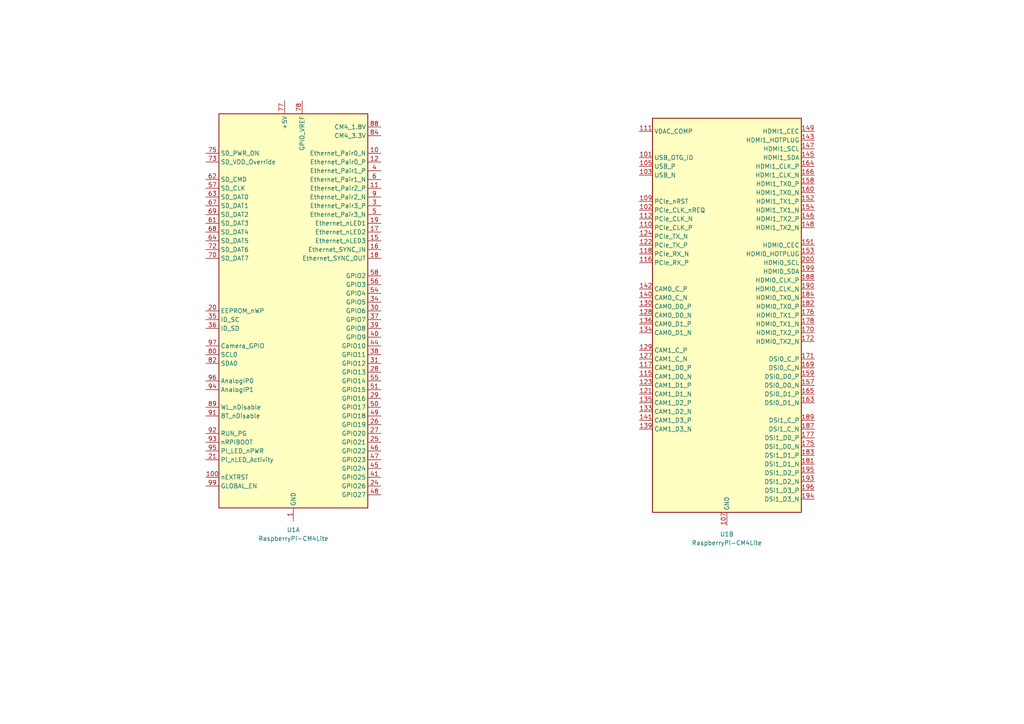
<source format=kicad_sch>
(kicad_sch (version 20201015) (generator eeschema)
  (paper "A4")
  (lib_symbols
    (symbol "LightBlue:RaspberryPi-CM4Lite"
      (property "Reference" "U" (at -20.32 58.42 0))
      (property "Value" "RaspberryPi-CM4Lite" (at 12.7 58.42 0))
      (symbol "RaspberryPi-CM4Lite_0_1"
        (rectangle (start 21.59 57.15) (end -21.59 -57.15) (stroke (width 0.254)) (fill (type background)))
      )
      (symbol "RaspberryPi-CM4Lite_1_1"
        (pin power_in line (at 0 -60.96 90) (length 3.81) (name "GND") (number "1"))
        (pin bidirectional line (at 25.4 45.72 180) (length 3.81) (name "Ethernet_Pair0_N") (number "10"))
        (pin output line (at -25.4 -48.26 0) (length 3.81) (name "nEXTRST") (number "100"))
        (pin bidirectional line (at 25.4 35.56 180) (length 3.81) (name "Ethernet_Pair2_P") (number "11"))
        (pin bidirectional line (at 25.4 43.18 180) (length 3.81) (name "Ethernet_Pair0_P") (number "12"))
        (pin passive line (at 0 -60.96 90) (length 3.81) hide (name "GND") (number "13"))
        (pin passive line (at 0 -60.96 90) (length 3.81) hide (name "GND") (number "14"))
        (pin output line (at 25.4 20.32 180) (length 3.81) (name "Ethernet_nLED3") (number "15"))
        (pin input line (at 25.4 17.78 180) (length 3.81) (name "Ethernet_SYNC_IN") (number "16"))
        (pin output line (at 25.4 22.86 180) (length 3.81) (name "Ethernet_nLED2") (number "17"))
        (pin output line (at 25.4 15.24 180) (length 3.81) (name "Ethernet_SYNC_OUT") (number "18"))
        (pin output line (at 25.4 25.4 180) (length 3.81) (name "Ethernet_nLED1") (number "19"))
        (pin passive line (at 0 -60.96 90) (length 3.81) hide (name "GND") (number "2"))
        (pin input line (at -25.4 0 0) (length 3.81) (name "EEPROM_nWP") (number "20"))
        (pin input line (at -25.4 -43.18 0) (length 3.81) (name "Pi_nLED_Activity") (number "21"))
        (pin passive line (at 0 -60.96 90) (length 3.81) hide (name "GND") (number "22"))
        (pin passive line (at 0 -60.96 90) (length 3.81) hide (name "GND") (number "23"))
        (pin bidirectional line (at 25.4 -50.8 180) (length 3.81) (name "GPIO26") (number "24"))
        (pin bidirectional line (at 25.4 -38.1 180) (length 3.81) (name "GPIO21") (number "25"))
        (pin bidirectional line (at 25.4 -33.02 180) (length 3.81) (name "GPIO19") (number "26"))
        (pin bidirectional line (at 25.4 -35.56 180) (length 3.81) (name "GPIO20") (number "27"))
        (pin bidirectional line (at 25.4 -17.78 180) (length 3.81) (name "GPIO13") (number "28"))
        (pin bidirectional line (at 25.4 -25.4 180) (length 3.81) (name "GPIO16") (number "29"))
        (pin bidirectional line (at 25.4 30.48 180) (length 3.81) (name "Ethernet_Pair3_P") (number "3"))
        (pin bidirectional line (at 25.4 0 180) (length 3.81) (name "GPIO6") (number "30"))
        (pin bidirectional line (at 25.4 -15.24 180) (length 3.81) (name "GPIO12") (number "31"))
        (pin passive line (at 0 -60.96 90) (length 3.81) hide (name "GND") (number "32"))
        (pin passive line (at 0 -60.96 90) (length 3.81) hide (name "GND") (number "33"))
        (pin bidirectional line (at 25.4 2.54 180) (length 3.81) (name "GPIO5") (number "34"))
        (pin bidirectional line (at -25.4 -2.54 0) (length 3.81) (name "ID_SC") (number "35"))
        (pin bidirectional line (at -25.4 -5.08 0) (length 3.81) (name "ID_SD") (number "36"))
        (pin bidirectional line (at 25.4 -2.54 180) (length 3.81) (name "GPIO7") (number "37"))
        (pin bidirectional line (at 25.4 -12.7 180) (length 3.81) (name "GPIO11") (number "38"))
        (pin bidirectional line (at 25.4 -5.08 180) (length 3.81) (name "GPIO8") (number "39"))
        (pin bidirectional line (at 25.4 40.64 180) (length 3.81) (name "Ethernet_Pair1_P") (number "4"))
        (pin bidirectional line (at 25.4 -7.62 180) (length 3.81) (name "GPIO9") (number "40"))
        (pin bidirectional line (at 25.4 -48.26 180) (length 3.81) (name "GPIO25") (number "41"))
        (pin passive line (at 0 -60.96 90) (length 3.81) hide (name "GND") (number "42"))
        (pin passive line (at 0 -60.96 90) (length 3.81) hide (name "GND") (number "43"))
        (pin bidirectional line (at 25.4 -10.16 180) (length 3.81) (name "GPIO10") (number "44"))
        (pin bidirectional line (at 25.4 -45.72 180) (length 3.81) (name "GPIO24") (number "45"))
        (pin bidirectional line (at 25.4 -40.64 180) (length 3.81) (name "GPIO22") (number "46"))
        (pin bidirectional line (at 25.4 -43.18 180) (length 3.81) (name "GPIO23") (number "47"))
        (pin bidirectional line (at 25.4 -53.34 180) (length 3.81) (name "GPIO27") (number "48"))
        (pin bidirectional line (at 25.4 -30.48 180) (length 3.81) (name "GPIO18") (number "49"))
        (pin bidirectional line (at 25.4 27.94 180) (length 3.81) (name "Ethernet_Pair3_N") (number "5"))
        (pin bidirectional line (at 25.4 -27.94 180) (length 3.81) (name "GPIO17") (number "50"))
        (pin bidirectional line (at 25.4 -22.86 180) (length 3.81) (name "GPIO15") (number "51"))
        (pin passive line (at 0 -60.96 90) (length 3.81) hide (name "GND") (number "52"))
        (pin passive line (at 0 -60.96 90) (length 3.81) hide (name "GND") (number "53"))
        (pin bidirectional line (at 25.4 5.08 180) (length 3.81) (name "GPIO4") (number "54"))
        (pin bidirectional line (at 25.4 -20.32 180) (length 3.81) (name "GPIO14") (number "55"))
        (pin bidirectional line (at 25.4 7.62 180) (length 3.81) (name "GPIO3") (number "56"))
        (pin output line (at -25.4 35.56 0) (length 3.81) (name "SD_CLK") (number "57"))
        (pin bidirectional line (at 25.4 10.16 180) (length 3.81) (name "GPIO2") (number "58"))
        (pin passive line (at 0 -60.96 90) (length 3.81) hide (name "GND") (number "59"))
        (pin bidirectional line (at 25.4 38.1 180) (length 3.81) (name "Ethernet_Pair1_N") (number "6"))
        (pin passive line (at 0 -60.96 90) (length 3.81) hide (name "GND") (number "60"))
        (pin bidirectional line (at -25.4 25.4 0) (length 3.81) (name "SD_DAT3") (number "61"))
        (pin output line (at -25.4 38.1 0) (length 3.81) (name "SD_CMD") (number "62"))
        (pin bidirectional line (at -25.4 33.02 0) (length 3.81) (name "SD_DAT0") (number "63"))
        (pin bidirectional line (at -25.4 20.32 0) (length 3.81) (name "SD_DAT5") (number "64"))
        (pin passive line (at 0 -60.96 90) (length 3.81) hide (name "GND") (number "65"))
        (pin passive line (at 0 -60.96 90) (length 3.81) hide (name "GND") (number "66"))
        (pin bidirectional line (at -25.4 30.48 0) (length 3.81) (name "SD_DAT1") (number "67"))
        (pin bidirectional line (at -25.4 22.86 0) (length 3.81) (name "SD_DAT4") (number "68"))
        (pin bidirectional line (at -25.4 27.94 0) (length 3.81) (name "SD_DAT2") (number "69"))
        (pin passive line (at 0 -60.96 90) (length 3.81) hide (name "GND") (number "7"))
        (pin bidirectional line (at -25.4 15.24 0) (length 3.81) (name "SD_DAT7") (number "70"))
        (pin passive line (at 0 -60.96 90) (length 3.81) hide (name "GND") (number "71"))
        (pin bidirectional line (at -25.4 17.78 0) (length 3.81) (name "SD_DAT6") (number "72"))
        (pin input line (at -25.4 43.18 0) (length 3.81) (name "SD_VDD_Override") (number "73"))
        (pin passive line (at 0 -60.96 90) (length 3.81) hide (name "GND") (number "74"))
        (pin output line (at -25.4 45.72 0) (length 3.81) (name "SD_PWR_ON") (number "75"))
        (pin unconnected line (at -20.32 -53.34 0) (length 3.81) hide (name "Reserved") (number "76"))
        (pin power_in line (at -2.54 60.96 270) (length 3.81) (name "+5V") (number "77"))
        (pin power_in line (at 2.54 60.96 270) (length 3.81) (name "GPIO_VREF") (number "78"))
        (pin passive line (at -2.54 60.96 270) (length 3.81) hide (name "+5V") (number "79"))
        (pin passive line (at 0 -60.96 90) (length 3.81) hide (name "GND") (number "8"))
        (pin output line (at -25.4 -12.7 0) (length 3.81) (name "SCL0") (number "80"))
        (pin passive line (at -2.54 60.96 270) (length 3.81) hide (name "+5V") (number "81"))
        (pin bidirectional line (at -25.4 -15.24 0) (length 3.81) (name "SDA0") (number "82"))
        (pin passive line (at -2.54 60.96 270) (length 3.81) hide (name "+5V") (number "83"))
        (pin power_out line (at 25.4 50.8 180) (length 3.81) (name "CM4_3.3V") (number "84"))
        (pin passive line (at -2.54 60.96 270) (length 3.81) hide (name "+5V") (number "85"))
        (pin passive line (at 25.4 50.8 180) (length 3.81) hide (name "CM4_3.3V") (number "86"))
        (pin passive line (at -2.54 60.96 270) (length 3.81) hide (name "+5V") (number "87"))
        (pin power_out line (at 25.4 53.34 180) (length 3.81) (name "CM4_1.8V") (number "88"))
        (pin input line (at -25.4 -27.94 0) (length 3.81) (name "WL_nDisable") (number "89"))
        (pin bidirectional line (at 25.4 33.02 180) (length 3.81) (name "Ethernet_Pair2_N") (number "9"))
        (pin passive line (at 25.4 53.34 180) (length 3.81) hide (name "CM4_1.8V") (number "90"))
        (pin input line (at -25.4 -30.48 0) (length 3.81) (name "BT_nDisable") (number "91"))
        (pin bidirectional line (at -25.4 -35.56 0) (length 3.81) (name "RUN_PG") (number "92"))
        (pin input line (at -25.4 -38.1 0) (length 3.81) (name "nRPIBOOT") (number "93"))
        (pin input line (at -25.4 -22.86 0) (length 3.81) (name "AnalogIP1") (number "94"))
        (pin output line (at -25.4 -40.64 0) (length 3.81) (name "PI_LED_nPWR") (number "95"))
        (pin input line (at -25.4 -20.32 0) (length 3.81) (name "AnalogIP0") (number "96"))
        (pin input line (at -25.4 -10.16 0) (length 3.81) (name "Camera_GPIO") (number "97"))
        (pin passive line (at 0 -60.96 90) (length 3.81) hide (name "GND") (number "98"))
        (pin input line (at -25.4 -50.8 0) (length 3.81) (name "GLOBAL_EN") (number "99"))
      )
      (symbol "RaspberryPi-CM4Lite_2_1"
        (pin input line (at -25.4 45.72 0) (length 3.81) (name "USB_OTG_ID") (number "101"))
        (pin input line (at -25.4 30.48 0) (length 3.81) (name "PCIe_CLK_nREQ") (number "102"))
        (pin bidirectional line (at -25.4 40.64 0) (length 3.81) (name "USB_N") (number "103"))
        (pin unconnected line (at -20.32 -53.34 0) (length 3.81) hide (name "Reserved") (number "104"))
        (pin bidirectional line (at -25.4 43.18 0) (length 3.81) (name "USB_P") (number "105"))
        (pin unconnected line (at -20.32 -55.88 0) (length 3.81) hide (name "Reserved") (number "106"))
        (pin power_in line (at 0 -60.96 90) (length 3.81) (name "GND") (number "107"))
        (pin passive line (at 0 -60.96 90) (length 3.81) hide (name "GND") (number "108"))
        (pin output line (at -25.4 33.02 0) (length 3.81) (name "PCIe_nRST") (number "109"))
        (pin output line (at -25.4 25.4 0) (length 3.81) (name "PCIe_CLK_P") (number "110"))
        (pin output line (at -25.4 53.34 0) (length 3.81) (name "VDAC_COMP") (number "111"))
        (pin output line (at -25.4 27.94 0) (length 3.81) (name "PCIe_CLK_N") (number "112"))
        (pin passive line (at 0 -60.96 90) (length 3.81) hide (name "GND") (number "113"))
        (pin passive line (at 0 -60.96 90) (length 3.81) hide (name "GND") (number "114"))
        (pin input line (at -25.4 -17.78 0) (length 3.81) (name "CAM1_D0_N") (number "115"))
        (pin input line (at -25.4 15.24 0) (length 3.81) (name "PCIe_RX_P") (number "116"))
        (pin input line (at -25.4 -15.24 0) (length 3.81) (name "CAM1_D0_P") (number "117"))
        (pin input line (at -25.4 17.78 0) (length 3.81) (name "PCIe_RX_N") (number "118"))
        (pin passive line (at 0 -60.96 90) (length 3.81) hide (name "GND") (number "119"))
        (pin passive line (at 0 -60.96 90) (length 3.81) hide (name "GND") (number "120"))
        (pin input line (at -25.4 -22.86 0) (length 3.81) (name "CAM1_D1_N") (number "121"))
        (pin output line (at -25.4 20.32 0) (length 3.81) (name "PCIe_TX_P") (number "122"))
        (pin input line (at -25.4 -20.32 0) (length 3.81) (name "CAM1_D1_P") (number "123"))
        (pin output line (at -25.4 22.86 0) (length 3.81) (name "PCIe_TX_N") (number "124"))
        (pin passive line (at 0 -60.96 90) (length 3.81) hide (name "GND") (number "125"))
        (pin passive line (at 0 -60.96 90) (length 3.81) hide (name "GND") (number "126"))
        (pin input line (at -25.4 -12.7 0) (length 3.81) (name "CAM1_C_N") (number "127"))
        (pin input line (at -25.4 0 0) (length 3.81) (name "CAM0_D0_N") (number "128"))
        (pin input line (at -25.4 -10.16 0) (length 3.81) (name "CAM1_C_P") (number "129"))
        (pin input line (at -25.4 2.54 0) (length 3.81) (name "CAM0_D0_P") (number "130"))
        (pin passive line (at 0 -60.96 90) (length 3.81) hide (name "GND") (number "131"))
        (pin passive line (at 0 -60.96 90) (length 3.81) hide (name "GND") (number "132"))
        (pin input line (at -25.4 -27.94 0) (length 3.81) (name "CAM1_D2_N") (number "133"))
        (pin input line (at -25.4 -5.08 0) (length 3.81) (name "CAM0_D1_N") (number "134"))
        (pin input line (at -25.4 -25.4 0) (length 3.81) (name "CAM1_D2_P") (number "135"))
        (pin input line (at -25.4 -2.54 0) (length 3.81) (name "CAM0_D1_P") (number "136"))
        (pin passive line (at 0 -60.96 90) (length 3.81) hide (name "GND") (number "137"))
        (pin passive line (at 0 -60.96 90) (length 3.81) hide (name "GND") (number "138"))
        (pin input line (at -25.4 -33.02 0) (length 3.81) (name "CAM1_D3_N") (number "139"))
        (pin input line (at -25.4 5.08 0) (length 3.81) (name "CAM0_C_N") (number "140"))
        (pin input line (at -25.4 -30.48 0) (length 3.81) (name "CAM1_D3_P") (number "141"))
        (pin input line (at -25.4 7.62 0) (length 3.81) (name "CAM0_C_P") (number "142"))
        (pin input line (at 25.4 50.8 180) (length 3.81) (name "HDMI1_HOTPLUG") (number "143"))
        (pin passive line (at 0 -60.96 90) (length 3.81) hide (name "GND") (number "144"))
        (pin bidirectional line (at 25.4 45.72 180) (length 3.81) (name "HDMI1_SDA") (number "145"))
        (pin output line (at 25.4 27.94 180) (length 3.81) (name "HDMI1_TX2_P") (number "146"))
        (pin input line (at 25.4 48.26 180) (length 3.81) (name "HDMI1_SCL") (number "147"))
        (pin output line (at 25.4 25.4 180) (length 3.81) (name "HDMI1_TX2_N") (number "148"))
        (pin input line (at 25.4 53.34 180) (length 3.81) (name "HDMI1_CEC") (number "149"))
        (pin passive line (at 0 -60.96 90) (length 3.81) hide (name "GND") (number "150"))
        (pin input line (at 25.4 20.32 180) (length 3.81) (name "HDMI0_CEC") (number "151"))
        (pin output line (at 25.4 33.02 180) (length 3.81) (name "HDMI1_TX1_P") (number "152"))
        (pin input line (at 25.4 17.78 180) (length 3.81) (name "HDMI0_HOTPLUG") (number "153"))
        (pin output line (at 25.4 30.48 180) (length 3.81) (name "HDMI1_TX1_N") (number "154"))
        (pin passive line (at 0 -60.96 90) (length 3.81) hide (name "GND") (number "155"))
        (pin passive line (at 0 -60.96 90) (length 3.81) hide (name "GND") (number "156"))
        (pin output line (at 25.4 -20.32 180) (length 3.81) (name "DSI0_D0_N") (number "157"))
        (pin output line (at 25.4 38.1 180) (length 3.81) (name "HDMI1_TX0_P") (number "158"))
        (pin output line (at 25.4 -17.78 180) (length 3.81) (name "DSI0_D0_P") (number "159"))
        (pin output line (at 25.4 35.56 180) (length 3.81) (name "HDMI1_TX0_N") (number "160"))
        (pin passive line (at 0 -60.96 90) (length 3.81) hide (name "GND") (number "161"))
        (pin passive line (at 0 -60.96 90) (length 3.81) hide (name "GND") (number "162"))
        (pin output line (at 25.4 -25.4 180) (length 3.81) (name "DSI0_D1_N") (number "163"))
        (pin output line (at 25.4 43.18 180) (length 3.81) (name "HDMI1_CLK_P") (number "164"))
        (pin output line (at 25.4 -22.86 180) (length 3.81) (name "DSI0_D1_P") (number "165"))
        (pin output line (at 25.4 40.64 180) (length 3.81) (name "HDMI1_CLK_N") (number "166"))
        (pin passive line (at 0 -60.96 90) (length 3.81) hide (name "GND") (number "167"))
        (pin passive line (at 0 -60.96 90) (length 3.81) hide (name "GND") (number "168"))
        (pin output line (at 25.4 -15.24 180) (length 3.81) (name "DSI0_C_N") (number "169"))
        (pin output line (at 25.4 -5.08 180) (length 3.81) (name "HDMI0_TX2_P") (number "170"))
        (pin output line (at 25.4 -12.7 180) (length 3.81) (name "DSI0_C_P") (number "171"))
        (pin output line (at 25.4 -7.62 180) (length 3.81) (name "HDMI0_TX2_N") (number "172"))
        (pin passive line (at 0 -60.96 90) (length 3.81) hide (name "GND") (number "173"))
        (pin passive line (at 0 -60.96 90) (length 3.81) hide (name "GND") (number "174"))
        (pin output line (at 25.4 -38.1 180) (length 3.81) (name "DSI1_D0_N") (number "175"))
        (pin output line (at 25.4 0 180) (length 3.81) (name "HDMI0_TX1_P") (number "176"))
        (pin output line (at 25.4 -35.56 180) (length 3.81) (name "DSI1_D0_P") (number "177"))
        (pin output line (at 25.4 -2.54 180) (length 3.81) (name "HDMI0_TX1_N") (number "178"))
        (pin passive line (at 0 -60.96 90) (length 3.81) hide (name "GND") (number "179"))
        (pin passive line (at 0 -60.96 90) (length 3.81) hide (name "GND") (number "180"))
        (pin output line (at 25.4 -43.18 180) (length 3.81) (name "DSI1_D1_N") (number "181"))
        (pin output line (at 25.4 2.54 180) (length 3.81) (name "HDMI0_TX0_P") (number "182"))
        (pin output line (at 25.4 -40.64 180) (length 3.81) (name "DSI1_D1_P") (number "183"))
        (pin output line (at 25.4 5.08 180) (length 3.81) (name "HDMI0_TX0_N") (number "184"))
        (pin passive line (at 0 -60.96 90) (length 3.81) hide (name "GND") (number "185"))
        (pin passive line (at 0 -60.96 90) (length 3.81) hide (name "GND") (number "186"))
        (pin output line (at 25.4 -33.02 180) (length 3.81) (name "DSI1_C_N") (number "187"))
        (pin output line (at 25.4 10.16 180) (length 3.81) (name "HDMI0_CLK_P") (number "188"))
        (pin output line (at 25.4 -30.48 180) (length 3.81) (name "DSI1_C_P") (number "189"))
        (pin output line (at 25.4 7.62 180) (length 3.81) (name "HDMI0_CLK_N") (number "190"))
        (pin passive line (at 0 -60.96 90) (length 3.81) hide (name "GND") (number "191"))
        (pin passive line (at 0 -60.96 90) (length 3.81) hide (name "GND") (number "192"))
        (pin output line (at 25.4 -48.26 180) (length 3.81) (name "DSI1_D2_N") (number "193"))
        (pin output line (at 25.4 -53.34 180) (length 3.81) (name "DSI1_D3_N") (number "194"))
        (pin output line (at 25.4 -45.72 180) (length 3.81) (name "DSI1_D2_P") (number "195"))
        (pin output line (at 25.4 -50.8 180) (length 3.81) (name "DSI1_D3_P") (number "196"))
        (pin passive line (at 0 -60.96 90) (length 3.81) hide (name "GND") (number "197"))
        (pin passive line (at 0 -60.96 90) (length 3.81) hide (name "GND") (number "198"))
        (pin bidirectional line (at 25.4 12.7 180) (length 3.81) (name "HDMI0_SDA") (number "199"))
        (pin bidirectional line (at 25.4 15.24 180) (length 3.81) (name "HDMI0_SCL") (number "200"))
      )
    )
  )
  (symbol (lib_id "LightBlue:RaspberryPi-CM4Lite") (at 210.82 91.44 0) (unit 2)
    (property "Reference" "U1" (at 210.82 154.94 0))
    (property "Value" "RaspberryPi-CM4Lite" (at 210.82 157.48 0))
    (property "Footprint" "Module:RaspberryPi-CM4" (effects hide))
    (property "Datasheet" "https://datasheets.raspberrypi.org/cm4/cm4-datasheet.pdf" (effects hide))
  )
  (symbol (lib_id "LightBlue:RaspberryPi-CM4Lite") (at 85.09 90.17 0) (unit 1)
    (property "Reference" "U1" (at 85.09 153.67 0))
    (property "Value" "RaspberryPi-CM4Lite" (at 85.09 156.21 0))
    (property "Footprint" "Module:RaspberryPi-CM4" (effects hide))
    (property "Datasheet" "https://datasheets.raspberrypi.org/cm4/cm4-datasheet.pdf" (effects hide))
  )
)
</source>
